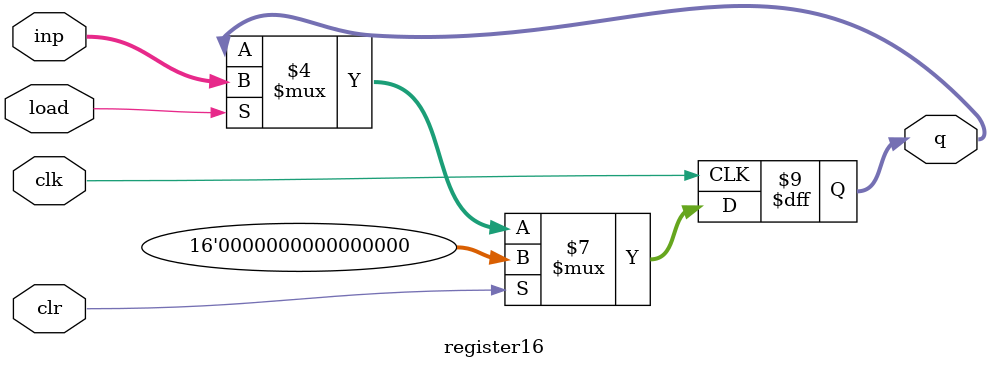
<source format=v>
module register16(load, clk, clr, inp, q);
	input load, clr, clk;
    input [16-1 : 0] inp;
	output reg [16-1 : 0] q;

	always @(posedge clk)
		if (clr == 1)
			q <= 0;
		else if (load == 1)
			q <= inp;
endmodule

</source>
